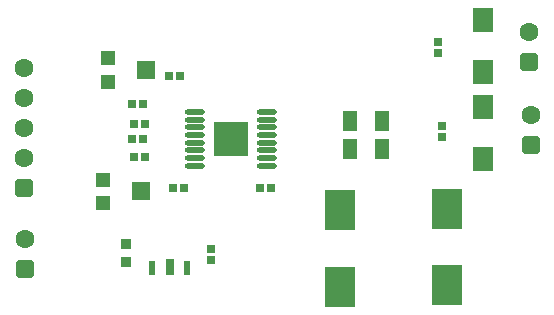
<source format=gbr>
G04*
G04 #@! TF.GenerationSoftware,Altium Limited,Altium Designer,23.3.1 (30)*
G04*
G04 Layer_Color=255*
%FSLAX44Y44*%
%MOMM*%
G71*
G04*
G04 #@! TF.SameCoordinates,C21C2CC1-9CAE-44D3-A5A2-357AACA34620*
G04*
G04*
G04 #@! TF.FilePolarity,Positive*
G04*
G01*
G75*
%ADD15R,1.2000X1.2000*%
%ADD16R,1.5000X1.6000*%
%ADD17R,0.5500X1.3000*%
%ADD18R,0.8000X1.4750*%
%ADD19R,2.5000X3.5000*%
%ADD20R,0.9121X0.9587*%
%ADD21R,0.6725X0.7393*%
%ADD22R,0.7154X0.6725*%
%ADD23O,1.7000X0.4500*%
%ADD24R,3.0000X3.0000*%
%ADD25R,0.7000X0.6500*%
%ADD26R,1.1557X1.7082*%
%ADD27R,1.8000X2.1000*%
G04:AMPARAMS|DCode=40|XSize=1.6mm|YSize=1.6mm|CornerRadius=0.4mm|HoleSize=0mm|Usage=FLASHONLY|Rotation=90.000|XOffset=0mm|YOffset=0mm|HoleType=Round|Shape=RoundedRectangle|*
%AMROUNDEDRECTD40*
21,1,1.6000,0.8000,0,0,90.0*
21,1,0.8000,1.6000,0,0,90.0*
1,1,0.8000,0.4000,0.4000*
1,1,0.8000,0.4000,-0.4000*
1,1,0.8000,-0.4000,-0.4000*
1,1,0.8000,-0.4000,0.4000*
%
%ADD40ROUNDEDRECTD40*%
%ADD41C,1.6000*%
D15*
X984030Y716120D02*
D03*
Y696120D02*
D03*
X987840Y818990D02*
D03*
Y798990D02*
D03*
D16*
X1016530Y706120D02*
D03*
X1020340Y808990D02*
D03*
D17*
X1025370Y641350D02*
D03*
X1055370D02*
D03*
D18*
X1040370Y642225D02*
D03*
D19*
X1275080Y626630D02*
D03*
Y691630D02*
D03*
X1184910Y625360D02*
D03*
Y690360D02*
D03*
D20*
X1003300Y661317D02*
D03*
Y646783D02*
D03*
D21*
X1075690Y657031D02*
D03*
Y647700D02*
D03*
X1267460Y832706D02*
D03*
Y823374D02*
D03*
X1271270Y761586D02*
D03*
Y752254D02*
D03*
D22*
X1126490Y708660D02*
D03*
X1116919D02*
D03*
D23*
X1061700Y773320D02*
D03*
Y766820D02*
D03*
Y760320D02*
D03*
Y753820D02*
D03*
Y747320D02*
D03*
Y740820D02*
D03*
Y734320D02*
D03*
Y727820D02*
D03*
X1122700Y773320D02*
D03*
Y766820D02*
D03*
Y760320D02*
D03*
Y753820D02*
D03*
Y747320D02*
D03*
Y740820D02*
D03*
Y734320D02*
D03*
Y727820D02*
D03*
D24*
X1092200Y750570D02*
D03*
D25*
X1009980Y735330D02*
D03*
X1019480D02*
D03*
X1008710Y750570D02*
D03*
X1018210D02*
D03*
X1040130Y803910D02*
D03*
X1049630D02*
D03*
X1043000Y708660D02*
D03*
X1052500D02*
D03*
X1008710Y779780D02*
D03*
X1018210D02*
D03*
X1009980Y763270D02*
D03*
X1019480D02*
D03*
D26*
X1220262Y741680D02*
D03*
X1192738D02*
D03*
X1220262Y765810D02*
D03*
X1192738D02*
D03*
D27*
X1305560Y851310D02*
D03*
Y807310D02*
D03*
Y777650D02*
D03*
Y733650D02*
D03*
D40*
X918210Y640080D02*
D03*
X1344930Y815340D02*
D03*
X916940Y708660D02*
D03*
X1346200Y745490D02*
D03*
D41*
X918210Y665480D02*
D03*
X1344930Y840740D02*
D03*
X916940Y810260D02*
D03*
Y784860D02*
D03*
Y734060D02*
D03*
Y759460D02*
D03*
X1346200Y770890D02*
D03*
M02*

</source>
